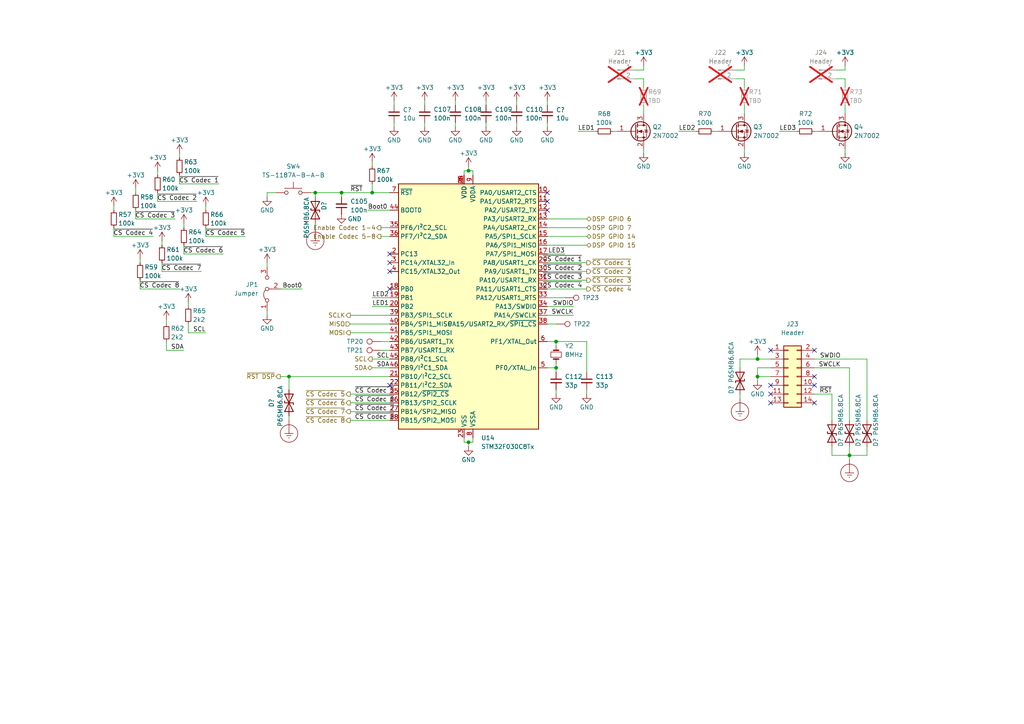
<source format=kicad_sch>
(kicad_sch (version 20230121) (generator eeschema)
  (paper "A4")
  (junction (at 135.89 49.53))
  (junction (at 83.82 109.22))
  (junction (at 161.29 106.68))
  (junction (at 219.71 104.14))
  (junction (at 135.89 128.27))
  (junction (at 91.44 55.88))
  (junction (at 246.38 132.08))
  (junction (at 99.06 55.88))
  (junction (at 219.71 109.22))
  (junction (at 161.29 99.06))
  (junction (at 107.95 55.88))
  (no_connect (at 158.75 60.96))
  (no_connect (at 113.03 73.66))
  (no_connect (at 113.03 111.76))
  (no_connect (at 223.52 101.6))
  (no_connect (at 113.03 76.2))
  (no_connect (at 223.52 111.76))
  (no_connect (at 223.52 114.3))
  (no_connect (at 236.22 116.84))
  (no_connect (at 236.22 109.22))
  (no_connect (at 113.03 83.82))
  (no_connect (at 158.75 55.88))
  (no_connect (at 223.52 116.84))
  (no_connect (at 236.22 101.6))
  (no_connect (at 236.22 111.76))
  (no_connect (at 158.75 58.42))
  (no_connect (at 113.03 78.74))
  (wire (pts (xy 81.28 109.22) (xy 83.82 109.22)))
  (wire (pts (xy 113.03 86.36) (xy 107.95 86.36)))
  (wire (pts (xy 101.6 91.44) (xy 113.03 91.44)))
  (wire (pts (xy 170.18 76.2) (xy 158.75 76.2)))
  (wire (pts (xy 161.29 106.68) (xy 158.75 106.68)))
  (wire (pts (xy 54.61 96.52) (xy 54.61 93.98)))
  (wire (pts (xy 161.29 99.06) (xy 161.29 100.33)))
  (wire (pts (xy 46.99 69.85) (xy 46.99 71.12)))
  (wire (pts (xy 170.18 113.03) (xy 170.18 114.3)))
  (wire (pts (xy 158.75 68.58) (xy 170.18 68.58)))
  (wire (pts (xy 161.29 107.95) (xy 161.29 106.68)))
  (wire (pts (xy 101.6 96.52) (xy 113.03 96.52)))
  (wire (pts (xy 177.8 38.1) (xy 179.07 38.1)))
  (wire (pts (xy 170.18 99.06) (xy 161.29 99.06)))
  (wire (pts (xy 161.29 105.41) (xy 161.29 106.68)))
  (wire (pts (xy 140.97 30.48) (xy 140.97 29.21)))
  (wire (pts (xy 137.16 128.27) (xy 135.89 128.27)))
  (wire (pts (xy 134.62 50.8) (xy 134.62 49.53)))
  (wire (pts (xy 158.75 36.83) (xy 158.75 35.56)))
  (wire (pts (xy 52.07 53.34) (xy 52.07 50.8)))
  (wire (pts (xy 64.77 73.66) (xy 53.34 73.66)))
  (wire (pts (xy 71.12 68.58) (xy 59.69 68.58)))
  (wire (pts (xy 170.18 83.82) (xy 158.75 83.82)))
  (wire (pts (xy 107.95 46.99) (xy 107.95 48.26)))
  (wire (pts (xy 223.52 106.68) (xy 219.71 106.68)))
  (wire (pts (xy 170.18 81.28) (xy 158.75 81.28)))
  (wire (pts (xy 113.03 88.9) (xy 107.95 88.9)))
  (wire (pts (xy 170.18 78.74) (xy 158.75 78.74)))
  (wire (pts (xy 158.75 86.36) (xy 163.83 86.36)))
  (wire (pts (xy 158.75 63.5) (xy 170.18 63.5)))
  (wire (pts (xy 246.38 132.08) (xy 251.46 132.08)))
  (wire (pts (xy 48.26 101.6) (xy 48.26 99.06)))
  (wire (pts (xy 158.75 93.98) (xy 161.29 93.98)))
  (wire (pts (xy 186.69 43.18) (xy 186.69 44.45)))
  (wire (pts (xy 107.95 55.88) (xy 113.03 55.88)))
  (wire (pts (xy 215.9 30.48) (xy 215.9 33.02)))
  (wire (pts (xy 99.06 57.15) (xy 99.06 55.88)))
  (wire (pts (xy 140.97 36.83) (xy 140.97 35.56)))
  (wire (pts (xy 113.03 99.06) (xy 110.49 99.06)))
  (wire (pts (xy 158.75 99.06) (xy 161.29 99.06)))
  (wire (pts (xy 101.6 114.3) (xy 113.03 114.3)))
  (wire (pts (xy 215.9 19.05) (xy 215.9 20.32)))
  (wire (pts (xy 214.63 114.3) (xy 214.63 115.57)))
  (wire (pts (xy 214.63 104.14) (xy 214.63 106.68)))
  (wire (pts (xy 101.6 93.98) (xy 113.03 93.98)))
  (wire (pts (xy 241.3 132.08) (xy 246.38 132.08)))
  (wire (pts (xy 77.47 76.2) (xy 77.47 77.47)))
  (wire (pts (xy 137.16 49.53) (xy 137.16 50.8)))
  (wire (pts (xy 114.3 36.83) (xy 114.3 35.56)))
  (wire (pts (xy 236.22 104.14) (xy 251.46 104.14)))
  (wire (pts (xy 135.89 49.53) (xy 137.16 49.53)))
  (wire (pts (xy 219.71 109.22) (xy 219.71 110.49)))
  (wire (pts (xy 213.36 22.86) (xy 215.9 22.86)))
  (wire (pts (xy 245.11 43.18) (xy 245.11 44.45)))
  (wire (pts (xy 158.75 66.04) (xy 170.18 66.04)))
  (wire (pts (xy 110.49 66.04) (xy 113.03 66.04)))
  (wire (pts (xy 184.15 22.86) (xy 186.69 22.86)))
  (wire (pts (xy 246.38 129.54) (xy 246.38 132.08)))
  (wire (pts (xy 77.47 55.88) (xy 77.47 57.15)))
  (wire (pts (xy 170.18 99.06) (xy 170.18 107.95)))
  (wire (pts (xy 107.95 104.14) (xy 113.03 104.14)))
  (wire (pts (xy 186.69 30.48) (xy 186.69 33.02)))
  (wire (pts (xy 33.02 59.69) (xy 33.02 60.96)))
  (wire (pts (xy 245.11 19.05) (xy 245.11 20.32)))
  (wire (pts (xy 59.69 68.58) (xy 59.69 66.04)))
  (wire (pts (xy 219.71 109.22) (xy 223.52 109.22)))
  (wire (pts (xy 219.71 104.14) (xy 219.71 102.87)))
  (wire (pts (xy 184.15 20.32) (xy 186.69 20.32)))
  (wire (pts (xy 53.34 73.66) (xy 53.34 71.12)))
  (wire (pts (xy 52.07 44.45) (xy 52.07 45.72)))
  (wire (pts (xy 241.3 114.3) (xy 241.3 121.92)))
  (wire (pts (xy 132.08 30.48) (xy 132.08 29.21)))
  (wire (pts (xy 149.86 30.48) (xy 149.86 29.21)))
  (wire (pts (xy 59.69 59.69) (xy 59.69 60.96)))
  (wire (pts (xy 44.45 68.58) (xy 33.02 68.58)))
  (wire (pts (xy 101.6 116.84) (xy 113.03 116.84)))
  (wire (pts (xy 80.01 55.88) (xy 77.47 55.88)))
  (wire (pts (xy 83.82 120.65) (xy 83.82 121.92)))
  (wire (pts (xy 87.63 83.82) (xy 81.28 83.82)))
  (wire (pts (xy 251.46 129.54) (xy 251.46 132.08)))
  (wire (pts (xy 132.08 36.83) (xy 132.08 35.56)))
  (wire (pts (xy 215.9 43.18) (xy 215.9 44.45)))
  (wire (pts (xy 242.57 22.86) (xy 245.11 22.86)))
  (wire (pts (xy 33.02 68.58) (xy 33.02 66.04)))
  (wire (pts (xy 236.22 114.3) (xy 241.3 114.3)))
  (wire (pts (xy 158.75 73.66) (xy 163.83 73.66)))
  (wire (pts (xy 149.86 36.83) (xy 149.86 35.56)))
  (wire (pts (xy 161.29 113.03) (xy 161.29 114.3)))
  (wire (pts (xy 40.64 83.82) (xy 40.64 81.28)))
  (wire (pts (xy 83.82 109.22) (xy 83.82 113.03)))
  (wire (pts (xy 135.89 128.27) (xy 135.89 129.54)))
  (wire (pts (xy 186.69 22.86) (xy 186.69 25.4)))
  (wire (pts (xy 135.89 48.26) (xy 135.89 49.53)))
  (wire (pts (xy 223.52 104.14) (xy 219.71 104.14)))
  (wire (pts (xy 52.07 83.82) (xy 40.64 83.82)))
  (wire (pts (xy 213.36 20.32) (xy 215.9 20.32)))
  (wire (pts (xy 63.5 53.34) (xy 52.07 53.34)))
  (wire (pts (xy 107.95 53.34) (xy 107.95 55.88)))
  (wire (pts (xy 107.95 106.68) (xy 113.03 106.68)))
  (wire (pts (xy 91.44 66.04) (xy 91.44 64.77)))
  (wire (pts (xy 57.15 58.42) (xy 45.72 58.42)))
  (wire (pts (xy 246.38 106.68) (xy 246.38 121.92)))
  (wire (pts (xy 134.62 49.53) (xy 135.89 49.53)))
  (wire (pts (xy 241.3 129.54) (xy 241.3 132.08)))
  (wire (pts (xy 83.82 109.22) (xy 113.03 109.22)))
  (wire (pts (xy 50.8 63.5) (xy 39.37 63.5)))
  (wire (pts (xy 158.75 91.44) (xy 166.37 91.44)))
  (wire (pts (xy 215.9 22.86) (xy 215.9 25.4)))
  (wire (pts (xy 236.22 106.68) (xy 246.38 106.68)))
  (wire (pts (xy 219.71 106.68) (xy 219.71 109.22)))
  (wire (pts (xy 99.06 55.88) (xy 107.95 55.88)))
  (wire (pts (xy 101.6 121.92) (xy 113.03 121.92)))
  (wire (pts (xy 113.03 101.6) (xy 110.49 101.6)))
  (wire (pts (xy 114.3 30.48) (xy 114.3 29.21)))
  (wire (pts (xy 237.49 38.1) (xy 236.22 38.1)))
  (wire (pts (xy 158.75 30.48) (xy 158.75 29.21)))
  (wire (pts (xy 208.28 38.1) (xy 207.01 38.1)))
  (wire (pts (xy 246.38 132.08) (xy 246.38 133.35)))
  (wire (pts (xy 201.93 38.1) (xy 196.85 38.1)))
  (wire (pts (xy 134.62 128.27) (xy 134.62 127)))
  (wire (pts (xy 53.34 101.6) (xy 48.26 101.6)))
  (wire (pts (xy 101.6 119.38) (xy 113.03 119.38)))
  (wire (pts (xy 40.64 74.93) (xy 40.64 76.2)))
  (wire (pts (xy 245.11 30.48) (xy 245.11 33.02)))
  (wire (pts (xy 39.37 54.61) (xy 39.37 55.88)))
  (wire (pts (xy 46.99 78.74) (xy 46.99 76.2)))
  (wire (pts (xy 91.44 55.88) (xy 99.06 55.88)))
  (wire (pts (xy 186.69 19.05) (xy 186.69 20.32)))
  (wire (pts (xy 123.19 30.48) (xy 123.19 29.21)))
  (wire (pts (xy 110.49 68.58) (xy 113.03 68.58)))
  (wire (pts (xy 45.72 58.42) (xy 45.72 55.88)))
  (wire (pts (xy 158.75 71.12) (xy 170.18 71.12)))
  (wire (pts (xy 158.75 88.9) (xy 166.37 88.9)))
  (wire (pts (xy 90.17 55.88) (xy 91.44 55.88)))
  (wire (pts (xy 58.42 78.74) (xy 46.99 78.74)))
  (wire (pts (xy 214.63 104.14) (xy 219.71 104.14)))
  (wire (pts (xy 77.47 91.44) (xy 77.47 90.17)))
  (wire (pts (xy 39.37 63.5) (xy 39.37 60.96)))
  (wire (pts (xy 45.72 49.53) (xy 45.72 50.8)))
  (wire (pts (xy 231.14 38.1) (xy 226.06 38.1)))
  (wire (pts (xy 242.57 20.32) (xy 245.11 20.32)))
  (wire (pts (xy 59.69 96.52) (xy 54.61 96.52)))
  (wire (pts (xy 106.68 60.96) (xy 113.03 60.96)))
  (wire (pts (xy 53.34 64.77) (xy 53.34 66.04)))
  (wire (pts (xy 54.61 87.63) (xy 54.61 88.9)))
  (wire (pts (xy 245.11 22.86) (xy 245.11 25.4)))
  (wire (pts (xy 123.19 36.83) (xy 123.19 35.56)))
  (wire (pts (xy 167.64 38.1) (xy 172.72 38.1)))
  (wire (pts (xy 135.89 128.27) (xy 134.62 128.27)))
  (wire (pts (xy 48.26 92.71) (xy 48.26 93.98)))
  (wire (pts (xy 251.46 104.14) (xy 251.46 121.92)))
  (wire (pts (xy 137.16 127) (xy 137.16 128.27)))
  (wire (pts (xy 91.44 55.88) (xy 91.44 57.15)))
  (label "~{CS Codec 1}" (at 63.5 53.34 180))
  (label "~{CS Codec 1}" (at 168.91 76.2 180))
  (label "~{CS Codec 6}" (at 64.77 73.66 180))
  (label "SWDIO" (at 166.37 88.9 180))
  (label "LED1" (at 167.64 38.1 0))
  (label "~{CS Codec 5}" (at 102.87 114.3 0))
  (label "SCL" (at 59.69 96.52 180))
  (label "Boot0" (at 87.63 83.82 180))
  (label "~{CS Codec 8}" (at 102.87 121.92 0))
  (label "~{CS Codec 7}" (at 102.87 119.38 0))
  (label "~{CS Codec 3}" (at 50.8 63.5 180))
  (label "LED1" (at 107.95 88.9 0))
  (label "~{CS Codec 5}" (at 71.12 68.58 180))
  (label "~{CS Codec 2}" (at 168.91 78.74 180))
  (label "SDA" (at 53.34 101.6 180))
  (label "~{CS Codec 7}" (at 58.42 78.74 180))
  (label "Boot0" (at 106.68 60.96 0))
  (label "SWCLK" (at 166.37 91.44 180))
  (label "~{CS Codec 3}" (at 168.91 81.28 180))
  (label "LED2" (at 196.85 38.1 0))
  (label "~{CS Codec 6}" (at 102.87 116.84 0))
  (label "LED3" (at 163.83 73.66 180))
  (label "SWCLK" (at 243.84 106.68 180))
  (label "~{CS Codec 8}" (at 52.07 83.82 180))
  (label "SDA" (at 109.22 106.68 0))
  (label "SWDIO" (at 243.84 104.14 180))
  (label "~{CS Codec 4}" (at 168.91 83.82 180))
  (label "~{CS Codec 4}" (at 44.45 68.58 180))
  (label "~{RST}" (at 241.3 114.3 180))
  (label "~{CS Codec 2}" (at 57.15 58.42 180))
  (label "~{RST}" (at 101.6 55.88 0))
  (label "LED2" (at 107.95 86.36 0))
  (label "LED3" (at 226.06 38.1 0))
  (label "SCL" (at 109.22 104.14 0))
  (hierarchical_label "~{RST DSP}" (shape output) (at 81.28 109.22 180))
  (hierarchical_label "~{CS Codec 6}" (shape output) (at 101.6 116.84 180))
  (hierarchical_label "~{CS Codec 3}" (shape output) (at 170.18 81.28 0))
  (hierarchical_label "DSP GPIO 15" (shape bidirectional) (at 170.18 71.12 0))
  (hierarchical_label "~{CS Codec 1}" (shape output) (at 170.18 76.2 0))
  (hierarchical_label "Enable Codec 5-8" (shape output) (at 110.49 68.58 180))
  (hierarchical_label "SDA" (shape bidirectional) (at 107.95 106.68 180))
  (hierarchical_label "DSP GPIO 14" (shape bidirectional) (at 170.18 68.58 0))
  (hierarchical_label "SCLK" (shape output) (at 101.6 91.44 180))
  (hierarchical_label "DSP GPIO 7" (shape bidirectional) (at 170.18 66.04 0))
  (hierarchical_label "~{CS Codec 8}" (shape output) (at 101.6 121.92 180))
  (hierarchical_label "SCL" (shape output) (at 107.95 104.14 180))
  (hierarchical_label "MISO" (shape input) (at 101.6 93.98 180))
  (hierarchical_label "~{CS Codec 7}" (shape output) (at 101.6 119.38 180))
  (hierarchical_label "~{CS Codec 5}" (shape output) (at 101.6 114.3 180))
  (hierarchical_label "~{CS Codec 2}" (shape output) (at 170.18 78.74 0))
  (hierarchical_label "~{CS Codec 4}" (shape output) (at 170.18 83.82 0))
  (hierarchical_label "Enable Codec 1-4" (shape output) (at 110.49 66.04 180))
  (hierarchical_label "DSP GPIO 6" (shape bidirectional) (at 170.18 63.5 0))
  (hierarchical_label "MOSI" (shape output) (at 101.6 96.52 180))
  (symbol (lib_id "Device:R_Small") (at 175.26 38.1 270) (unit 1)
    (property "Reference" "R68" (at 175.26 33.02 90))
    (property "Value" "100k" (at 175.26 35.56 90))
    (property "Footprint" "Resistor_SMD:R_0402_1005Metric" (effects hide))
    (property "Manufacturer" "UNI-ROYAL(Uniroyal Elec)" (effects hide))
    (property "Part Number" "0402WGF1003TCE" (effects hide))
    (property "Tolerance" "1%" (effects hide))
    (property "Assembling" "X" (effects hide))
    (property "Rated Power" "62.5mW" (effects hide))
    (property "LCSC Part #" "C25741" (effects hide))
    (instances (project "SmallDSPMaxi" (path "" (reference "R68") (unit 1))) (project "Microcontroller" (path "" (reference "R?") (unit 1))) (project "Active_Monitor_Router" (path "" (reference "R?") (unit 1))))
  )
  (symbol (lib_id "power:GND") (at 135.89 129.54 0) (unit 1)
    (property "Reference" "#PWR?" (effects hide))
    (property "Value" "GND" (at 135.89 133.35 0))
    (instances (project "SmallDSPMaxi" (path "" (reference "#PWR?") (unit 1)) (path "" (reference "#PWR0348") (unit 1))))
  )
  (symbol (lib_id "power:+3V3") (at 54.61 87.63 0) (unit 1)
    (property "Reference" "#PWR0332" (effects hide))
    (property "Value" "+3V3" (at 54.61 83.82 0))
    (instances (project "SmallDSPMaxi" (path "" (reference "#PWR0332") (unit 1))) (project "Microcontroller" (path "" (reference "#PWR?") (unit 1))) (project "Active_Monitor_Router" (path "" (reference "#PWR?") (unit 1))))
  )
  (symbol (lib_id "Device:C_Small") (at 149.86 33.02 180) (unit 1)
    (property "Reference" "C110" (at 152.4 31.75 0) (effects (justify right)))
    (property "Value" "100n" (at 152.4 34.29 0) (effects (justify right)))
    (property "Footprint" "Capacitor_SMD:C_0402_1005Metric" (effects hide))
    (property "Manufacturer" "Samsung Electro-Mechanics" (effects hide))
    (property "Part Number" "CL05B104KB54PNC" (effects hide))
    (property "Dielectric" "X7R" (effects hide))
    (property "Rated Voltage" "50V" (effects hide))
    (property "Tolerance" "10%" (effects hide))
    (property "Notes" "-25%@10VDC" (effects hide))
    (property "Assembling" "X" (effects hide))
    (property "LCSC Part #" "C307331" (effects hide))
    (instances (project "SmallDSPMaxi" (path "" (reference "C110") (unit 1))) (project "Microcontroller" (path "" (reference "C?") (unit 1))) (project "Active_Monitor_Router" (path "" (reference "C?") (unit 1))))
  )
  (symbol (lib_id "power:GND") (at 132.08 36.83 0) (unit 1)
    (property "Reference" "#PWR0346" (effects hide))
    (property "Value" "GND" (at 132.08 40.64 0))
    (instances (project "SmallDSPMaxi" (path "" (reference "#PWR0346") (unit 1))) (project "Microcontroller" (path "" (reference "#PWR?") (unit 1))) (project "Active_Monitor_Router" (path "" (reference "#PWR?") (unit 1))))
  )
  (symbol (lib_id "Connector:Conn_01x02_Pin") (at 179.07 20.32 0) (unit 1) (dnp yes)
    (property "Reference" "J21" (at 179.705 15.24 0))
    (property "Value" "Header" (at 179.705 17.78 0))
    (property "Footprint" "Connector_PinHeader_1.27mm:PinHeader_1x02_P1.27mm_Vertical" (effects hide))
    (property "LCSC Part #" "-" (effects hide))
    (property "Manufacturer" "-" (effects hide))
    (property "Part Number" "-" (effects hide))
  )
  (symbol (lib_id "power:+3V3") (at 114.3 29.21 0) (unit 1)
    (property "Reference" "#PWR?" (effects hide))
    (property "Value" "+3V3" (at 114.3 25.4 0))
    (instances (project "SmallDSPMaxi" (path "" (reference "#PWR?") (unit 1)) (path "" (reference "#PWR0341") (unit 1))))
  )
  (symbol (lib_id "Device:D_TVS") (at 214.63 110.49 270) (mirror x) (unit 1)
    (property "Reference" "D?" (at 212.09 111.76 0) (effects (justify right)))
    (property "Value" "P6SMB6.8CA" (at 212.09 99.06 0) (effects (justify right)))
    (property "Footprint" "Diode_SMD:D_SMB" (effects hide))
    (property "Assembling" "X" (effects hide))
    (property "Manufacturer" "Brightking" (effects hide))
    (property "Part Number" "P6SMB6.8CA/TR13" (effects hide))
    (property "LCSC Part #" "C78395" (effects hide))
    (instances (project "SmallDSPMaxi" (path "" (reference "D?") (unit 1)) (path "" (reference "D17") (unit 1))))
  )
  (symbol (lib_id "power:Earth_Protective") (at 83.82 121.92 0) (unit 1)
    (property "Reference" "#PWR?" (effects hide))
    (property "Value" "Earth_Protective" (effects hide))
    (instances (project "SmallDSPMaxi" (path "" (reference "#PWR?") (unit 1)) (path "" (reference "#PWR0337") (unit 1))))
  )
  (symbol (lib_id "Device:R_Small") (at 204.47 38.1 270) (unit 1)
    (property "Reference" "R70" (at 204.47 33.02 90))
    (property "Value" "100k" (at 204.47 35.56 90))
    (property "Footprint" "Resistor_SMD:R_0402_1005Metric" (effects hide))
    (property "Manufacturer" "UNI-ROYAL(Uniroyal Elec)" (effects hide))
    (property "Part Number" "0402WGF1003TCE" (effects hide))
    (property "Tolerance" "1%" (effects hide))
    (property "Assembling" "X" (effects hide))
    (property "Rated Power" "62.5mW" (effects hide))
    (property "LCSC Part #" "C25741" (effects hide))
    (instances (project "SmallDSPMaxi" (path "" (reference "R70") (unit 1))) (project "Microcontroller" (path "" (reference "R?") (unit 1))) (project "Active_Monitor_Router" (path "" (reference "R?") (unit 1))))
  )
  (symbol (lib_id "Device:D_TVS") (at 246.38 125.73 90) (unit 1)
    (property "Reference" "D?" (at 248.92 127 0) (effects (justify right)))
    (property "Value" "P6SMB6.8CA" (at 248.92 114.3 0) (effects (justify right)))
    (property "Footprint" "Diode_SMD:D_SMB" (effects hide))
    (property "Assembling" "X" (effects hide))
    (property "Manufacturer" "Brightking" (effects hide))
    (property "Part Number" "P6SMB6.8CA/TR13" (effects hide))
    (property "LCSC Part #" "C78395" (effects hide))
    (instances (project "SmallDSPMaxi" (path "" (reference "D?") (unit 1)) (path "" (reference "D19") (unit 1))))
  )
  (symbol (lib_id "power:+3V3") (at 45.72 49.53 0) (unit 1)
    (property "Reference" "#PWR0327" (effects hide))
    (property "Value" "+3V3" (at 45.72 45.72 0))
    (instances (project "SmallDSPMaxi" (path "" (reference "#PWR0327") (unit 1))) (project "Microcontroller" (path "" (reference "#PWR?") (unit 1))) (project "Active_Monitor_Router" (path "" (reference "#PWR?") (unit 1))))
  )
  (symbol (lib_id "power:GND") (at 186.69 44.45 0) (unit 1)
    (property "Reference" "#PWR0358" (effects hide))
    (property "Value" "GND" (at 186.69 48.26 0))
    (instances (project "SmallDSPMaxi" (path "" (reference "#PWR0358") (unit 1))) (project "Microcontroller" (path "" (reference "#PWR?") (unit 1))) (project "Active_Monitor_Router" (path "" (reference "#PWR?") (unit 1))))
  )
  (symbol (lib_id "power:+3V3") (at 107.95 46.99 0) (unit 1)
    (property "Reference" "#PWR0340" (effects hide))
    (property "Value" "+3V3" (at 107.95 43.18 0))
    (instances (project "SmallDSPMaxi" (path "" (reference "#PWR0340") (unit 1))) (project "Microcontroller" (path "" (reference "#PWR?") (unit 1))) (project "Active_Monitor_Router" (path "" (reference "#PWR?") (unit 1))))
  )
  (symbol (lib_id "power:GND") (at 149.86 36.83 0) (unit 1)
    (property "Reference" "#PWR0352" (effects hide))
    (property "Value" "GND" (at 149.86 40.64 0))
    (instances (project "SmallDSPMaxi" (path "" (reference "#PWR0352") (unit 1))) (project "Microcontroller" (path "" (reference "#PWR?") (unit 1))) (project "Active_Monitor_Router" (path "" (reference "#PWR?") (unit 1))))
  )
  (symbol (lib_id "power:Earth_Protective") (at 91.44 66.04 0) (unit 1)
    (property "Reference" "#PWR?" (effects hide))
    (property "Value" "Earth_Protective" (effects hide))
    (instances (project "SmallDSPMaxi" (path "" (reference "#PWR?") (unit 1)) (path "" (reference "#PWR0338") (unit 1))))
  )
  (symbol (lib_id "power:+3V3") (at 215.9 19.05 0) (unit 1)
    (property "Reference" "#PWR?" (effects hide))
    (property "Value" "+3V3" (at 215.9 15.24 0))
    (instances (project "SmallDSPMaxi" (path "" (reference "#PWR?") (unit 1)) (path "" (reference "#PWR0360") (unit 1))))
  )
  (symbol (lib_id "Device:D_TVS") (at 251.46 125.73 90) (unit 1)
    (property "Reference" "D?" (at 254 127 0) (effects (justify right)))
    (property "Value" "P6SMB6.8CA" (at 254 114.3 0) (effects (justify right)))
    (property "Footprint" "Diode_SMD:D_SMB" (effects hide))
    (property "Assembling" "X" (effects hide))
    (property "Manufacturer" "Brightking" (effects hide))
    (property "Part Number" "P6SMB6.8CA/TR13" (effects hide))
    (property "LCSC Part #" "C78395" (effects hide))
    (instances (project "SmallDSPMaxi" (path "" (reference "D?") (unit 1)) (path "" (reference "D20") (unit 1))))
  )
  (symbol (lib_id "Device:R_Small") (at 107.95 50.8 180) (unit 1)
    (property "Reference" "R67" (at 109.22 49.53 0) (effects (justify right)))
    (property "Value" "100k" (at 109.22 52.07 0) (effects (justify right)))
    (property "Footprint" "Resistor_SMD:R_0402_1005Metric" (effects hide))
    (property "Manufacturer" "UNI-ROYAL(Uniroyal Elec)" (effects hide))
    (property "Part Number" "0402WGF1003TCE" (effects hide))
    (property "Tolerance" "1%" (effects hide))
    (property "Assembling" "X" (effects hide))
    (property "Rated Power" "62.5mW" (effects hide))
    (property "LCSC Part #" "C25741" (effects hide))
    (instances (project "SmallDSPMaxi" (path "" (reference "R67") (unit 1))) (project "Microcontroller" (path "" (reference "R?") (unit 1))) (project "Active_Monitor_Router" (path "" (reference "R?") (unit 1))))
  )
  (symbol (lib_id "Device:R_Small") (at 39.37 58.42 180) (unit 1)
    (property "Reference" "R58" (at 40.64 57.15 0) (effects (justify right)))
    (property "Value" "100k" (at 40.64 59.69 0) (effects (justify right)))
    (property "Footprint" "Resistor_SMD:R_0402_1005Metric" (effects hide))
    (property "Manufacturer" "UNI-ROYAL(Uniroyal Elec)" (effects hide))
    (property "Part Number" "0402WGF1003TCE" (effects hide))
    (property "Tolerance" "1%" (effects hide))
    (property "Assembling" "X" (effects hide))
    (property "Rated Power" "62.5mW" (effects hide))
    (property "LCSC Part #" "C25741" (effects hide))
    (instances (project "SmallDSPMaxi" (path "" (reference "R58") (unit 1))) (project "Microcontroller" (path "" (reference "R?") (unit 1))) (project "Active_Monitor_Router" (path "" (reference "R?") (unit 1))))
  )
  (symbol (lib_id "1_Project_Symbols:STM32F030C8Tx") (at 135.89 91.44 0) (unit 1)
    (property "Reference" "U14" (at 139.533 127 0) (effects (justify left)))
    (property "Value" "STM32F030C8Tx" (at 139.533 129.54 0) (effects (justify left)))
    (property "Footprint" "Package_QFP:LQFP-48_7x7mm_P0.5mm" (effects hide))
    (property "Datasheet" "https://www.st.com/resource/en/datasheet/stm32f030c8.pdf" (effects hide))
    (property "Assembling" "X" (effects hide))
    (property "Manufacturer" "ST Microelectronics" (effects hide))
    (property "Part Number" "STM32F030C8T6" (effects hide))
    (property "LCSC Part #" "C23922" (effects hide))
  )
  (symbol (lib_id "power:+3V3") (at 59.69 59.69 0) (unit 1)
    (property "Reference" "#PWR0333" (effects hide))
    (property "Value" "+3V3" (at 59.69 55.88 0))
    (instances (project "SmallDSPMaxi" (path "" (reference "#PWR0333") (unit 1))) (project "Microcontroller" (path "" (reference "#PWR?") (unit 1))) (project "Active_Monitor_Router" (path "" (reference "#PWR?") (unit 1))))
  )
  (symbol (lib_id "power:+3V3") (at 40.64 74.93 0) (unit 1)
    (property "Reference" "#PWR0326" (effects hide))
    (property "Value" "+3V3" (at 40.64 71.12 0))
    (instances (project "SmallDSPMaxi" (path "" (reference "#PWR0326") (unit 1))) (project "Microcontroller" (path "" (reference "#PWR?") (unit 1))) (project "Active_Monitor_Router" (path "" (reference "#PWR?") (unit 1))))
  )
  (symbol (lib_id "power:+3V3") (at 46.99 69.85 0) (unit 1)
    (property "Reference" "#PWR0328" (effects hide))
    (property "Value" "+3V3" (at 46.99 66.04 0))
    (instances (project "SmallDSPMaxi" (path "" (reference "#PWR0328") (unit 1))) (project "Microcontroller" (path "" (reference "#PWR?") (unit 1))) (project "Active_Monitor_Router" (path "" (reference "#PWR?") (unit 1))))
  )
  (symbol (lib_id "Connector:Conn_01x02_Pin") (at 237.49 20.32 0) (unit 1) (dnp yes)
    (property "Reference" "J24" (at 238.125 15.24 0))
    (property "Value" "Header" (at 238.125 17.78 0))
    (property "Footprint" "Connector_PinHeader_1.27mm:PinHeader_1x02_P1.27mm_Vertical" (effects hide))
    (property "LCSC Part #" "-" (effects hide))
    (property "Manufacturer" "-" (effects hide))
    (property "Part Number" "-" (effects hide))
  )
  (symbol (lib_id "power:GND") (at 140.97 36.83 0) (unit 1)
    (property "Reference" "#PWR0350" (effects hide))
    (property "Value" "GND" (at 140.97 40.64 0))
    (instances (project "SmallDSPMaxi" (path "" (reference "#PWR0350") (unit 1))) (project "Microcontroller" (path "" (reference "#PWR?") (unit 1))) (project "Active_Monitor_Router" (path "" (reference "#PWR?") (unit 1))))
  )
  (symbol (lib_id "Device:R_Small") (at 52.07 48.26 180) (unit 1)
    (property "Reference" "R63" (at 53.34 46.99 0) (effects (justify right)))
    (property "Value" "100k" (at 53.34 49.53 0) (effects (justify right)))
    (property "Footprint" "Resistor_SMD:R_0402_1005Metric" (effects hide))
    (property "Manufacturer" "UNI-ROYAL(Uniroyal Elec)" (effects hide))
    (property "Part Number" "0402WGF1003TCE" (effects hide))
    (property "Tolerance" "1%" (effects hide))
    (property "Assembling" "X" (effects hide))
    (property "Rated Power" "62.5mW" (effects hide))
    (property "LCSC Part #" "C25741" (effects hide))
    (instances (project "SmallDSPMaxi" (path "" (reference "R63") (unit 1))) (project "Microcontroller" (path "" (reference "R?") (unit 1))) (project "Active_Monitor_Router" (path "" (reference "R?") (unit 1))))
  )
  (symbol (lib_id "Connector:Conn_01x02_Pin") (at 208.28 20.32 0) (unit 1) (dnp yes)
    (property "Reference" "J22" (at 208.915 15.24 0))
    (property "Value" "Header" (at 208.915 17.78 0))
    (property "Footprint" "Connector_PinHeader_1.27mm:PinHeader_1x02_P1.27mm_Vertical" (effects hide))
    (property "LCSC Part #" "-" (effects hide))
    (property "Manufacturer" "-" (effects hide))
    (property "Part Number" "-" (effects hide))
  )
  (symbol (lib_id "Device:R_Small") (at 54.61 91.44 0) (unit 1)
    (property "Reference" "R65" (at 55.88 90.17 0) (effects (justify left)))
    (property "Value" "2k2" (at 55.88 92.71 0) (effects (justify left)))
    (property "Footprint" "Resistor_SMD:R_0402_1005Metric" (effects hide))
    (property "Manufacturer" "UNI-ROYAL(Uniroyal Elec)" (effects hide))
    (property "Part Number" "0402WGF2201TCE" (effects hide))
    (property "Tolerance" "1%" (effects hide))
    (property "Assembling" "X" (effects hide))
    (property "Rated Power" "62.5mW" (effects hide))
    (property "LCSC Part #" "C25879" (effects hide))
    (instances (project "SmallDSPMaxi" (path "" (reference "R65") (unit 1))) (project "Microcontroller" (path "" (reference "R?") (unit 1))) (project "Active_Monitor_Router" (path "" (reference "R?") (unit 1))))
  )
  (symbol (lib_id "power:GND") (at 158.75 36.83 0) (unit 1)
    (property "Reference" "#PWR0354" (effects hide))
    (property "Value" "GND" (at 158.75 40.64 0))
    (instances (project "SmallDSPMaxi" (path "" (reference "#PWR0354") (unit 1))) (project "Microcontroller" (path "" (reference "#PWR?") (unit 1))) (project "Active_Monitor_Router" (path "" (reference "#PWR?") (unit 1))))
  )
  (symbol (lib_id "Device:D_TVS") (at 241.3 125.73 90) (unit 1)
    (property "Reference" "D?" (at 243.84 127 0) (effects (justify right)))
    (property "Value" "P6SMB6.8CA" (at 243.84 114.3 0) (effects (justify right)))
    (property "Footprint" "Diode_SMD:D_SMB" (effects hide))
    (property "Assembling" "X" (effects hide))
    (property "Manufacturer" "Brightking" (effects hide))
    (property "Part Number" "P6SMB6.8CA/TR13" (effects hide))
    (property "LCSC Part #" "C78395" (effects hide))
    (instances (project "SmallDSPMaxi" (path "" (reference "D?") (unit 1)) (path "" (reference "D18") (unit 1))))
  )
  (symbol (lib_id "Device:R_Small") (at 53.34 68.58 180) (unit 1)
    (property "Reference" "R64" (at 54.61 67.31 0) (effects (justify right)))
    (property "Value" "100k" (at 54.61 69.85 0) (effects (justify right)))
    (property "Footprint" "Resistor_SMD:R_0402_1005Metric" (effects hide))
    (property "Manufacturer" "UNI-ROYAL(Uniroyal Elec)" (effects hide))
    (property "Part Number" "0402WGF1003TCE" (effects hide))
    (property "Tolerance" "1%" (effects hide))
    (property "Assembling" "X" (effects hide))
    (property "Rated Power" "62.5mW" (effects hide))
    (property "LCSC Part #" "C25741" (effects hide))
    (instances (project "SmallDSPMaxi" (path "" (reference "R64") (unit 1))) (project "Microcontroller" (path "" (reference "R?") (unit 1))) (project "Active_Monitor_Router" (path "" (reference "R?") (unit 1))))
  )
  (symbol (lib_id "Device:R_Small") (at 245.11 27.94 0) (unit 1) (dnp yes)
    (property "Reference" "R73" (at 246.38 26.67 0) (effects (justify left)))
    (property "Value" "TBD" (at 246.38 29.21 0) (effects (justify left)))
    (property "Footprint" "Resistor_SMD:R_0805_2012Metric_Pad1.20x1.40mm_HandSolder" (effects hide))
    (property "LCSC Part #" "-" (effects hide))
    (property "Manufacturer" "-" (effects hide))
    (property "Part Number" "-" (effects hide))
  )
  (symbol (lib_id "Device:R_Small") (at 59.69 63.5 180) (unit 1)
    (property "Reference" "R66" (at 60.96 62.23 0) (effects (justify right)))
    (property "Value" "100k" (at 60.96 64.77 0) (effects (justify right)))
    (property "Footprint" "Resistor_SMD:R_0402_1005Metric" (effects hide))
    (property "Manufacturer" "UNI-ROYAL(Uniroyal Elec)" (effects hide))
    (property "Part Number" "0402WGF1003TCE" (effects hide))
    (property "Tolerance" "1%" (effects hide))
    (property "Assembling" "X" (effects hide))
    (property "Rated Power" "62.5mW" (effects hide))
    (property "LCSC Part #" "C25741" (effects hide))
    (instances (project "SmallDSPMaxi" (path "" (reference "R66") (unit 1))) (project "Microcontroller" (path "" (reference "R?") (unit 1))) (project "Active_Monitor_Router" (path "" (reference "R?") (unit 1))))
  )
  (symbol (lib_id "power:GND") (at 77.47 57.15 0) (unit 1)
    (property "Reference" "#PWR0334" (effects hide))
    (property "Value" "GND" (at 77.47 60.96 0))
    (instances (project "SmallDSPMaxi" (path "" (reference "#PWR0334") (unit 1))) (project "Microcontroller" (path "" (reference "#PWR?") (unit 1))) (project "Active_Monitor_Router" (path "" (reference "#PWR?") (unit 1))))
  )
  (symbol (lib_id "Device:C_Small") (at 170.18 110.49 0) (unit 1)
    (property "Reference" "C113" (at 172.72 109.22 0) (effects (justify left)))
    (property "Value" "33p" (at 172.72 111.76 0) (effects (justify left)))
    (property "Footprint" "Capacitor_SMD:C_0402_1005Metric" (effects hide))
    (property "Dielectric" "C0G" (effects hide))
    (property "Rated Voltage" "50V" (effects hide))
    (property "Manufacturer" "FH (Guangdong Fenghua Advanced Tech)" (effects hide))
    (property "Part Number" "0402CG330J500NT" (effects hide))
    (property "Tolerance" "5%" (effects hide))
    (property "Assembling" "X" (effects hide))
    (property "LCSC Part #" "C1562" (effects hide))
    (instances (project "SmallDSPMaxi" (path "" (reference "C113") (unit 1))) (project "Microcontroller" (path "" (reference "C?") (unit 1))) (project "Active_Monitor_Router" (path "" (reference "C?") (unit 1))))
  )
  (symbol (lib_id "Device:Q_NMOS_GSD") (at 242.57 38.1 0) (unit 1)
    (property "Reference" "Q4" (at 247.65 36.83 0) (effects (justify left)))
    (property "Value" "2N7002" (at 247.65 39.37 0) (effects (justify left)))
    (property "Footprint" "Package_TO_SOT_SMD:SOT-23" (effects hide))
    (property "Assembling" "X" (effects hide))
    (property "Manufacturer" "Jiangsu Changjing Electronics Technology Co., Ltd." (effects hide))
    (property "Part Number" "2N7002" (effects hide))
    (property "LCSC Part #" "C8545" (effects hide))
  )
  (symbol (lib_id "Connector_Generic:Conn_02x07_Odd_Even") (at 228.6 109.22 0) (unit 1)
    (property "Reference" "J23" (at 229.87 93.98 0))
    (property "Value" "Header" (at 229.87 96.52 0))
    (property "Footprint" "Connector_PinHeader_1.27mm:PinHeader_2x07_P1.27mm_Vertical_SMD" (effects hide))
    (property "Manufacturer" "Amphenol FCI" (effects hide))
    (property "Part Number" "20021121-00014T4LF" (effects hide))
    (property "LCSC Part #" "-" (effects hide))
    (instances (project "SmallDSPMaxi" (path "" (reference "J23") (unit 1))) (project "Microcontroller" (path "" (reference "J?") (unit 1))) (project "Active_Monitor_Router" (path "" (reference "J?") (unit 1))))
  )
  (symbol (lib_id "power:GND") (at 161.29 114.3 0) (mirror y) (unit 1)
    (property "Reference" "#PWR0355" (effects hide))
    (property "Value" "GND" (at 161.29 118.11 0))
    (instances (project "SmallDSPMaxi" (path "" (reference "#PWR0355") (unit 1))) (project "Microcontroller" (path "" (reference "#PWR?") (unit 1))) (project "Active_Monitor_Router" (path "" (reference "#PWR?") (unit 1))))
  )
  (symbol (lib_id "power:+3V3") (at 135.89 48.26 0) (unit 1)
    (property "Reference" "#PWR?" (effects hide))
    (property "Value" "+3V3" (at 135.89 44.45 0))
    (instances (project "SmallDSPMaxi" (path "" (reference "#PWR?") (unit 1)) (path "" (reference "#PWR0347") (unit 1))))
  )
  (symbol (lib_id "Device:D_TVS") (at 91.44 60.96 90) (unit 1)
    (property "Reference" "D?" (at 93.98 58.42 0) (effects (justify right)))
    (property "Value" "P6SMB6.8CA" (at 88.9 57.15 0) (effects (justify right)))
    (property "Footprint" "Diode_SMD:D_SMB" (effects hide))
    (property "Assembling" "X" (effects hide))
    (property "Manufacturer" "Brightking" (effects hide))
    (property "Part Number" "P6SMB6.8CA/TR13" (effects hide))
    (property "LCSC Part #" "C78395" (effects hide))
    (instances (project "SmallDSPMaxi" (path "" (reference "D?") (unit 1)) (path "" (reference "D16") (unit 1))))
  )
  (symbol (lib_id "power:GND") (at 123.19 36.83 0) (unit 1)
    (property "Reference" "#PWR0344" (effects hide))
    (property "Value" "GND" (at 123.19 40.64 0))
    (instances (project "SmallDSPMaxi" (path "" (reference "#PWR0344") (unit 1))) (project "Microcontroller" (path "" (reference "#PWR?") (unit 1))) (project "Active_Monitor_Router" (path "" (reference "#PWR?") (unit 1))))
  )
  (symbol (lib_id "power:+3V3") (at 77.47 76.2 0) (unit 1)
    (property "Reference" "#PWR0335" (effects hide))
    (property "Value" "+3V3" (at 77.47 72.39 0))
    (instances (project "SmallDSPMaxi" (path "" (reference "#PWR0335") (unit 1))) (project "Microcontroller" (path "" (reference "#PWR?") (unit 1))) (project "Active_Monitor_Router" (path "" (reference "#PWR?") (unit 1))))
  )
  (symbol (lib_id "power:GND") (at 219.71 110.49 0) (unit 1)
    (property "Reference" "#PWR0363" (effects hide))
    (property "Value" "GND" (at 219.71 114.3 0))
    (instances (project "SmallDSPMaxi" (path "" (reference "#PWR0363") (unit 1))) (project "Microcontroller" (path "" (reference "#PWR?") (unit 1))) (project "Active_Monitor_Router" (path "" (reference "#PWR?") (unit 1))))
  )
  (symbol (lib_id "Connector:TestPoint") (at 110.49 101.6 90) (unit 1)
    (property "Reference" "TP21" (at 105.41 101.6 90) (effects (justify left)))
    (property "Value" "TestPoint" (effects hide))
    (property "Footprint" "TestPoint:TestPoint_Pad_D1.0mm" (effects hide))
    (property "LCSC Part #" "-" (effects hide))
    (property "Manufacturer" "-" (effects hide))
    (property "Part Number" "-" (effects hide))
  )
  (symbol (lib_id "power:Earth_Protective") (at 214.63 115.57 0) (unit 1)
    (property "Reference" "#PWR?" (effects hide))
    (property "Value" "Earth_Protective" (effects hide))
    (instances (project "SmallDSPMaxi" (path "" (reference "#PWR?") (unit 1)) (path "" (reference "#PWR0359") (unit 1))))
  )
  (symbol (lib_id "power:+3V3") (at 33.02 59.69 0) (unit 1)
    (property "Reference" "#PWR0324" (effects hide))
    (property "Value" "+3V3" (at 33.02 55.88 0))
    (instances (project "SmallDSPMaxi" (path "" (reference "#PWR0324") (unit 1))) (project "Microcontroller" (path "" (reference "#PWR?") (unit 1))) (project "Active_Monitor_Router" (path "" (reference "#PWR?") (unit 1))))
  )
  (symbol (lib_id "power:+3V3") (at 132.08 29.21 0) (unit 1)
    (property "Reference" "#PWR?" (effects hide))
    (property "Value" "+3V3" (at 132.08 25.4 0))
    (instances (project "SmallDSPMaxi" (path "" (reference "#PWR?") (unit 1)) (path "" (reference "#PWR0345") (unit 1))))
  )
  (symbol (lib_id "Jumper:Jumper_3_Bridged12") (at 77.47 83.82 90) (unit 1)
    (property "Reference" "JP1" (at 74.93 82.5499 90) (effects (justify left)))
    (property "Value" "Jumper" (at 74.93 85.0899 90) (effects (justify left)))
    (property "Footprint" "Connector_PinHeader_2.54mm:PinHeader_1x03_P2.54mm_Vertical" (effects hide))
    (property "Manufacturer" "-" (effects hide))
    (property "Part Number" "-" (effects hide))
    (property "LCSC Part #" "-" (effects hide))
    (instances (project "SmallDSPMaxi" (path "" (reference "JP1") (unit 1))) (project "Microcontroller" (path "" (reference "JP?") (unit 1))) (project "Active_Monitor_Router" (path "" (reference "JP?") (unit 1))))
  )
  (symbol (lib_id "Connector:TestPoint") (at 161.29 93.98 270) (unit 1)
    (property "Reference" "TP22" (at 166.37 93.98 90) (effects (justify left)))
    (property "Value" "TestPoint" (effects hide))
    (property "Footprint" "TestPoint:TestPoint_Pad_D1.0mm" (effects hide))
    (property "LCSC Part #" "-" (effects hide))
    (property "Manufacturer" "-" (effects hide))
    (property "Part Number" "-" (effects hide))
  )
  (symbol (lib_id "power:+3V3") (at 48.26 92.71 0) (unit 1)
    (property "Reference" "#PWR0329" (effects hide))
    (property "Value" "+3V3" (at 48.26 88.9 0))
    (instances (project "SmallDSPMaxi" (path "" (reference "#PWR0329") (unit 1))) (project "Microcontroller" (path "" (reference "#PWR?") (unit 1))) (project "Active_Monitor_Router" (path "" (reference "#PWR?") (unit 1))))
  )
  (symbol (lib_id "power:+3V3") (at 52.07 44.45 0) (unit 1)
    (property "Reference" "#PWR0330" (effects hide))
    (property "Value" "+3V3" (at 52.07 40.64 0))
    (instances (project "SmallDSPMaxi" (path "" (reference "#PWR0330") (unit 1))) (project "Microcontroller" (path "" (reference "#PWR?") (unit 1))) (project "Active_Monitor_Router" (path "" (reference "#PWR?") (unit 1))))
  )
  (symbol (lib_id "Device:D_TVS") (at 83.82 116.84 90) (unit 1)
    (property "Reference" "D?" (at 78.74 115.57 0) (effects (justify right)))
    (property "Value" "P6SMB6.8CA" (at 81.28 111.76 0) (effects (justify right)))
    (property "Footprint" "Diode_SMD:D_SMB" (effects hide))
    (property "Assembling" "X" (effects hide))
    (property "Manufacturer" "Brightking" (effects hide))
    (property "Part Number" "P6SMB6.8CA/TR13" (effects hide))
    (property "LCSC Part #" "C78395" (effects hide))
    (instances (project "SmallDSPMaxi" (path "" (reference "D?") (unit 1)) (path "" (reference "D15") (unit 1))))
  )
  (symbol (lib_id "power:+3V3") (at 140.97 29.21 0) (unit 1)
    (property "Reference" "#PWR?" (effects hide))
    (property "Value" "+3V3" (at 140.97 25.4 0))
    (instances (project "SmallDSPMaxi" (path "" (reference "#PWR?") (unit 1)) (path "" (reference "#PWR0349") (unit 1))))
  )
  (symbol (lib_id "power:+3V3") (at 39.37 54.61 0) (unit 1)
    (property "Reference" "#PWR0325" (effects hide))
    (property "Value" "+3V3" (at 39.37 50.8 0))
    (instances (project "SmallDSPMaxi" (path "" (reference "#PWR0325") (unit 1))) (project "Microcontroller" (path "" (reference "#PWR?") (unit 1))) (project "Active_Monitor_Router" (path "" (reference "#PWR?") (unit 1))))
  )
  (symbol (lib_id "power:GND") (at 170.18 114.3 0) (unit 1)
    (property "Reference" "#PWR0356" (effects hide))
    (property "Value" "GND" (at 170.18 118.11 0))
    (instances (project "SmallDSPMaxi" (path "" (reference "#PWR0356") (unit 1))) (project "Microcontroller" (path "" (reference "#PWR?") (unit 1))) (project "Active_Monitor_Router" (path "" (reference "#PWR?") (unit 1))))
  )
  (symbol (lib_id "power:GND") (at 77.47 91.44 0) (unit 1)
    (property "Reference" "#PWR0336" (effects hide))
    (property "Value" "GND" (at 77.47 95.25 0))
    (instances (project "SmallDSPMaxi" (path "" (reference "#PWR0336") (unit 1))) (project "Microcontroller" (path "" (reference "#PWR?") (unit 1))) (project "Active_Monitor_Router" (path "" (reference "#PWR?") (unit 1)) (path "" (reference "#PWR?") (unit 1))))
  )
  (symbol (lib_id "Device:Q_NMOS_GSD") (at 184.15 38.1 0) (unit 1)
    (property "Reference" "Q2" (at 189.23 36.83 0) (effects (justify left)))
    (property "Value" "2N7002" (at 189.23 39.37 0) (effects (justify left)))
    (property "Footprint" "Package_TO_SOT_SMD:SOT-23" (effects hide))
    (property "Assembling" "X" (effects hide))
    (property "Manufacturer" "Jiangsu Changjing Electronics Technology Co., Ltd." (effects hide))
    (property "Part Number" "2N7002" (effects hide))
    (property "LCSC Part #" "C8545" (effects hide))
  )
  (symbol (lib_id "power:+3V3") (at 158.75 29.21 0) (unit 1)
    (property "Reference" "#PWR?" (effects hide))
    (property "Value" "+3V3" (at 158.75 25.4 0))
    (instances (project "SmallDSPMaxi" (path "" (reference "#PWR?") (unit 1)) (path "" (reference "#PWR0353") (unit 1))))
  )
  (symbol (lib_id "power:+3V3") (at 186.69 19.05 0) (unit 1)
    (property "Reference" "#PWR?" (effects hide))
    (property "Value" "+3V3" (at 186.69 15.24 0))
    (instances (project "SmallDSPMaxi" (path "" (reference "#PWR?") (unit 1)) (path "" (reference "#PWR0357") (unit 1))))
  )
  (symbol (lib_id "Device:C_Small") (at 161.29 110.49 0) (unit 1)
    (property "Reference" "C112" (at 163.83 109.22 0) (effects (justify left)))
    (property "Value" "33p" (at 163.83 111.76 0) (effects (justify left)))
    (property "Footprint" "Capacitor_SMD:C_0402_1005Metric" (effects hide))
    (property "Dielectric" "C0G" (effects hide))
    (property "Rated Voltage" "50V" (effects hide))
    (property "Manufacturer" "FH (Guangdong Fenghua Advanced Tech)" (effects hide))
    (property "Part Number" "0402CG330J500NT" (effects hide))
    (property "Tolerance" "5%" (effects hide))
    (property "Assembling" "X" (effects hide))
    (property "LCSC Part #" "C1562" (effects hide))
    (instances (project "SmallDSPMaxi" (path "" (reference "C112") (unit 1))) (project "Microcontroller" (path "" (reference "C?") (unit 1))) (project "Active_Monitor_Router" (path "" (reference "C?") (unit 1))))
  )
  (symbol (lib_id "Device:R_Small") (at 46.99 73.66 180) (unit 1)
    (property "Reference" "R61" (at 48.26 72.39 0) (effects (justify right)))
    (property "Value" "100k" (at 48.26 74.93 0) (effects (justify right)))
    (property "Footprint" "Resistor_SMD:R_0402_1005Metric" (effects hide))
    (property "Manufacturer" "UNI-ROYAL(Uniroyal Elec)" (effects hide))
    (property "Part Number" "0402WGF1003TCE" (effects hide))
    (property "Tolerance" "1%" (effects hide))
    (property "Assembling" "X" (effects hide))
    (property "Rated Power" "62.5mW" (effects hide))
    (property "LCSC Part #" "C25741" (effects hide))
    (instances (project "SmallDSPMaxi" (path "" (reference "R61") (unit 1))) (project "Microcontroller" (path "" (reference "R?") (unit 1))) (project "Active_Monitor_Router" (path "" (reference "R?") (unit 1))))
  )
  (symbol (lib_id "Device:R_Small") (at 215.9 27.94 0) (unit 1) (dnp yes)
    (property "Reference" "R71" (at 217.17 26.67 0) (effects (justify left)))
    (property "Value" "TBD" (at 217.17 29.21 0) (effects (justify left)))
    (property "Footprint" "Resistor_SMD:R_0805_2012Metric_Pad1.20x1.40mm_HandSolder" (effects hide))
    (property "LCSC Part #" "-" (effects hide))
    (property "Manufacturer" "-" (effects hide))
    (property "Part Number" "-" (effects hide))
  )
  (symbol (lib_id "Device:C_Small") (at 99.06 59.69 180) (unit 1)
    (property "Reference" "C105" (at 101.6 58.42 0) (effects (justify right)))
    (property "Value" "100n" (at 101.6 60.96 0) (effects (justify right)))
    (property "Footprint" "Capacitor_SMD:C_0402_1005Metric" (effects hide))
    (property "Manufacturer" "Samsung Electro-Mechanics" (effects hide))
    (property "Part Number" "CL05B104KB54PNC" (effects hide))
    (property "Dielectric" "X7R" (effects hide))
    (property "Rated Voltage" "50V" (effects hide))
    (property "Tolerance" "10%" (effects hide))
    (property "Notes" "-25%@10VDC" (effects hide))
    (property "Assembling" "X" (effects hide))
    (property "LCSC Part #" "C307331" (effects hide))
    (instances (project "SmallDSPMaxi" (path "" (reference "C105") (unit 1))) (project "Microcontroller" (path "" (reference "C?") (unit 1))) (project "Active_Monitor_Router" (path "" (reference "C?") (unit 1))))
  )
  (symbol (lib_id "power:GND") (at 114.3 36.83 0) (unit 1)
    (property "Reference" "#PWR0342" (effects hide))
    (property "Value" "GND" (at 114.3 40.64 0))
    (instances (project "SmallDSPMaxi" (path "" (reference "#PWR0342") (unit 1))) (project "Microcontroller" (path "" (reference "#PWR?") (unit 1))) (project "Active_Monitor_Router" (path "" (reference "#PWR?") (unit 1))))
  )
  (symbol (lib_id "Device:R_Small") (at 48.26 96.52 0) (unit 1)
    (property "Reference" "R62" (at 49.53 95.25 0) (effects (justify left)))
    (property "Value" "2k2" (at 49.53 97.79 0) (effects (justify left)))
    (property "Footprint" "Resistor_SMD:R_0402_1005Metric" (effects hide))
    (property "Manufacturer" "UNI-ROYAL(Uniroyal Elec)" (effects hide))
    (property "Part Number" "0402WGF2201TCE" (effects hide))
    (property "Tolerance" "1%" (effects hide))
    (property "Assembling" "X" (effects hide))
    (property "Rated Power" "62.5mW" (effects hide))
    (property "LCSC Part #" "C25879" (effects hide))
    (instances (project "SmallDSPMaxi" (path "" (reference "R62") (unit 1))) (project "Microcontroller" (path "" (reference "R?") (unit 1))) (project "Active_Monitor_Router" (path "" (reference "R?") (unit 1))))
  )
  (symbol (lib_id "Device:R_Small") (at 40.64 78.74 180) (unit 1)
    (property "Reference" "R59" (at 41.91 77.47 0) (effects (justify right)))
    (property "Value" "100k" (at 41.91 80.01 0) (effects (justify right)))
    (property "Footprint" "Resistor_SMD:R_0402_1005Metric" (effects hide))
    (property "Manufacturer" "UNI-ROYAL(Uniroyal Elec)" (effects hide))
    (property "Part Number" "0402WGF1003TCE" (effects hide))
    (property "Tolerance" "1%" (effects hide))
    (property "Assembling" "X" (effects hide))
    (property "Rated Power" "62.5mW" (effects hide))
    (property "LCSC Part #" "C25741" (effects hide))
    (instances (project "SmallDSPMaxi" (path "" (reference "R59") (unit 1))) (project "Microcontroller" (path "" (reference "R?") (unit 1))) (project "Active_Monitor_Router" (path "" (reference "R?") (unit 1))))
  )
  (symbol (lib_id "Device:C_Small") (at 132.08 33.02 180) (unit 1)
    (property "Reference" "C108" (at 134.62 31.75 0) (effects (justify right)))
    (property "Value" "100n" (at 134.62 34.29 0) (effects (justify right)))
    (property "Footprint" "Capacitor_SMD:C_0402_1005Metric" (effects hide))
    (property "Manufacturer" "Samsung Electro-Mechanics" (effects hide))
    (property "Part Number" "CL05B104KB54PNC" (effects hide))
    (property "Dielectric" "X7R" (effects hide))
    (property "Rated Voltage" "50V" (effects hide))
    (property "Tolerance" "10%" (effects hide))
    (property "Notes" "-25%@10VDC" (effects hide))
    (property "Assembling" "X" (effects hide))
    (property "LCSC Part #" "C307331" (effects hide))
    (instances (project "SmallDSPMaxi" (path "" (reference "C108") (unit 1))) (project "Microcontroller" (path "" (reference "C?") (unit 1))) (project "Active_Monitor_Router" (path "" (reference "C?") (unit 1))))
  )
  (symbol (lib_id "power:+3V3") (at 53.34 64.77 0) (unit 1)
    (property "Reference" "#PWR0331" (effects hide))
    (property "Value" "+3V3" (at 53.34 60.96 0))
    (instances (project "SmallDSPMaxi" (path "" (reference "#PWR0331") (unit 1))) (project "Microcontroller" (path "" (reference "#PWR?") (unit 1))) (project "Active_Monitor_Router" (path "" (reference "#PWR?") (unit 1))))
  )
  (symbol (lib_id "power:+3V3") (at 123.19 29.21 0) (unit 1)
    (property "Reference" "#PWR?" (effects hide))
    (property "Value" "+3V3" (at 123.19 25.4 0))
    (instances (project "SmallDSPMaxi" (path "" (reference "#PWR?") (unit 1)) (path "" (reference "#PWR0343") (unit 1))))
  )
  (symbol (lib_id "power:+3V3") (at 245.11 19.05 0) (unit 1)
    (property "Reference" "#PWR?" (effects hide))
    (property "Value" "+3V3" (at 245.11 15.24 0))
    (instances (project "SmallDSPMaxi" (path "" (reference "#PWR?") (unit 1)) (path "" (reference "#PWR0364") (unit 1))))
  )
  (symbol (lib_id "power:+3V3") (at 149.86 29.21 0) (unit 1)
    (property "Reference" "#PWR?" (effects hide))
    (property "Value" "+3V3" (at 149.86 25.4 0))
    (instances (project "SmallDSPMaxi" (path "" (reference "#PWR?") (unit 1)) (path "" (reference "#PWR0351") (unit 1))))
  )
  (symbol (lib_id "power:GND") (at 245.11 44.45 0) (unit 1)
    (property "Reference" "#PWR0365" (effects hide))
    (property "Value" "GND" (at 245.11 48.26 0))
    (instances (project "SmallDSPMaxi" (path "" (reference "#PWR0365") (unit 1))) (project "Microcontroller" (path "" (reference "#PWR?") (unit 1))) (project "Active_Monitor_Router" (path "" (reference "#PWR?") (unit 1))))
  )
  (symbol (lib_id "Device:R_Small") (at 45.72 53.34 180) (unit 1)
    (property "Reference" "R60" (at 46.99 52.07 0) (effects (justify right)))
    (property "Value" "100k" (at 46.99 54.61 0) (effects (justify right)))
    (property "Footprint" "Resistor_SMD:R_0402_1005Metric" (effects hide))
    (property "Manufacturer" "UNI-ROYAL(Uniroyal Elec)" (effects hide))
    (property "Part Number" "0402WGF1003TCE" (effects hide))
    (property "Tolerance" "1%" (effects hide))
    (property "Assembling" "X" (effects hide))
    (property "Rated Power" "62.5mW" (effects hide))
    (property "LCSC Part #" "C25741" (effects hide))
    (instances (project "SmallDSPMaxi" (path "" (reference "R60") (unit 1))) (project "Microcontroller" (path "" (reference "R?") (unit 1))) (project "Active_Monitor_Router" (path "" (reference "R?") (unit 1))))
  )
  (symbol (lib_id "Device:C_Small") (at 158.75 33.02 0) (unit 1)
    (property "Reference" "C?" (at 161.29 31.8658 0) (effects (justify left)))
    (property "Value" "10u" (at 161.29 34.29 0) (effects (justify left)))
    (property "Footprint" "Capacitor_SMD:C_0603_1608Metric" (effects hide))
    (property "Dielectric" "X5R" (effects hide))
    (property "Notes" "-50%@5VDC" (effects hide))
    (property "Rated Voltage" "25V" (effects hide))
    (property "Assembling" "X" (effects hide))
    (property "Manufacturer" "Samsung Electro-Mechanics" (effects hide))
    (property "Part Number" "CL10A106MA8NRNC" (effects hide))
    (property "Tolerance" "10%" (effects hide))
    (property "LCSC Part #" "C96446" (effects hide))
    (instances (project "SmallDSPMaxi" (path "" (reference "C?") (unit 1)) (path "" (reference "C?") (unit 1)) (path "" (reference "C?") (unit 1)) (path "" (reference "C?") (unit 1)) (path "" (reference "C111") (unit 1))))
  )
  (symbol (lib_id "Device:C_Small") (at 114.3 33.02 0) (unit 1)
    (property "Reference" "C?" (at 116.84 31.8658 0) (effects (justify left)))
    (property "Value" "10u" (at 116.84 34.29 0) (effects (justify left)))
    (property "Footprint" "Capacitor_SMD:C_0603_1608Metric" (effects hide))
    (property "Dielectric" "X5R" (effects hide))
    (property "Notes" "-50%@5VDC" (effects hide))
    (property "Rated Voltage" "25V" (effects hide))
    (property "Assembling" "X" (effects hide))
    (property "Manufacturer" "Samsung Electro-Mechanics" (effects hide))
    (property "Part Number" "CL10A106MA8NRNC" (effects hide))
    (property "Tolerance" "10%" (effects hide))
    (property "LCSC Part #" "C96446" (effects hide))
    (instances (project "SmallDSPMaxi" (path "" (reference "C?") (unit 1)) (path "" (reference "C?") (unit 1)) (path "" (reference "C?") (unit 1)) (path "" (reference "C?") (unit 1)) (path "" (reference "C106") (unit 1))))
  )
  (symbol (lib_id "power:GND") (at 99.06 62.23 0) (unit 1)
    (property "Reference" "#PWR0339" (effects hide))
    (property "Value" "GND" (at 102.87 63.5 0))
    (instances (project "SmallDSPMaxi" (path "" (reference "#PWR0339") (unit 1))) (project "Microcontroller" (path "" (reference "#PWR?") (unit 1))) (project "Active_Monitor_Router" (path "" (reference "#PWR?") (unit 1))))
  )
  (symbol (lib_id "Device:R_Small") (at 233.68 38.1 270) (unit 1)
    (property "Reference" "R72" (at 233.68 33.02 90))
    (property "Value" "100k" (at 233.68 35.56 90))
    (property "Footprint" "Resistor_SMD:R_0402_1005Metric" (effects hide))
    (property "Manufacturer" "UNI-ROYAL(Uniroyal Elec)" (effects hide))
    (property "Part Number" "0402WGF1003TCE" (effects hide))
    (property "Tolerance" "1%" (effects hide))
    (property "Assembling" "X" (effects hide))
    (property "Rated Power" "62.5mW" (effects hide))
    (property "LCSC Part #" "C25741" (effects hide))
    (instances (project "SmallDSPMaxi" (path "" (reference "R72") (unit 1))) (project "Microcontroller" (path "" (reference "R?") (unit 1))) (project "Active_Monitor_Router" (path "" (reference "R?") (unit 1))))
  )
  (symbol (lib_id "Device:R_Small") (at 33.02 63.5 180) (unit 1)
    (property "Reference" "R57" (at 34.29 62.23 0) (effects (justify right)))
    (property "Value" "100k" (at 34.29 64.77 0) (effects (justify right)))
    (property "Footprint" "Resistor_SMD:R_0402_1005Metric" (effects hide))
    (property "Manufacturer" "UNI-ROYAL(Uniroyal Elec)" (effects hide))
    (property "Part Number" "0402WGF1003TCE" (effects hide))
    (property "Tolerance" "1%" (effects hide))
    (property "Assembling" "X" (effects hide))
    (property "Rated Power" "62.5mW" (effects hide))
    (property "LCSC Part #" "C25741" (effects hide))
    (instances (project "SmallDSPMaxi" (path "" (reference "R57") (unit 1))) (project "Microcontroller" (path "" (reference "R?") (unit 1))) (project "Active_Monitor_Router" (path "" (reference "R?") (unit 1))))
  )
  (symbol (lib_id "Device:Q_NMOS_GSD") (at 213.36 38.1 0) (unit 1)
    (property "Reference" "Q3" (at 218.44 36.83 0) (effects (justify left)))
    (property "Value" "2N7002" (at 218.44 39.37 0) (effects (justify left)))
    (property "Footprint" "Package_TO_SOT_SMD:SOT-23" (effects hide))
    (property "Assembling" "X" (effects hide))
    (property "Manufacturer" "Jiangsu Changjing Electronics Technology Co., Ltd." (effects hide))
    (property "Part Number" "2N7002" (effects hide))
    (property "LCSC Part #" "C8545" (effects hide))
  )
  (symbol (lib_id "Connector:TestPoint") (at 163.83 86.36 270) (unit 1)
    (property "Reference" "TP23" (at 168.91 86.36 90) (effects (justify left)))
    (property "Value" "TestPoint" (effects hide))
    (property "Footprint" "TestPoint:TestPoint_Pad_D1.0mm" (effects hide))
    (property "LCSC Part #" "-" (effects hide))
    (property "Manufacturer" "-" (effects hide))
    (property "Part Number" "-" (effects hide))
  )
  (symbol (lib_id "power:GND") (at 215.9 44.45 0) (unit 1)
    (property "Reference" "#PWR0361" (effects hide))
    (property "Value" "GND" (at 215.9 48.26 0))
    (instances (project "SmallDSPMaxi" (path "" (reference "#PWR0361") (unit 1))) (project "Microcontroller" (path "" (reference "#PWR?") (unit 1))) (project "Active_Monitor_Router" (path "" (reference "#PWR?") (unit 1))))
  )
  (symbol (lib_id "Connector:TestPoint") (at 110.49 99.06 90) (unit 1)
    (property "Reference" "TP20" (at 105.41 99.06 90) (effects (justify left)))
    (property "Value" "TestPoint" (effects hide))
    (property "Footprint" "TestPoint:TestPoint_Pad_D1.0mm" (effects hide))
    (property "LCSC Part #" "-" (effects hide))
    (property "Manufacturer" "-" (effects hide))
    (property "Part Number" "-" (effects hide))
  )
  (symbol (lib_id "power:Earth_Protective") (at 246.38 133.35 0) (unit 1)
    (property "Reference" "#PWR?" (effects hide))
    (property "Value" "Earth_Protective" (effects hide))
    (instances (project "SmallDSPMaxi" (path "" (reference "#PWR?") (unit 1)) (path "" (reference "#PWR0366") (unit 1))))
  )
  (symbol (lib_id "Device:C_Small") (at 140.97 33.02 180) (unit 1)
    (property "Reference" "C109" (at 143.51 31.75 0) (effects (justify right)))
    (property "Value" "100n" (at 143.51 34.29 0) (effects (justify right)))
    (property "Footprint" "Capacitor_SMD:C_0402_1005Metric" (effects hide))
    (property "Manufacturer" "Samsung Electro-Mechanics" (effects hide))
    (property "Part Number" "CL05B104KB54PNC" (effects hide))
    (property "Dielectric" "X7R" (effects hide))
    (property "Rated Voltage" "50V" (effects hide))
    (property "Tolerance" "10%" (effects hide))
    (property "Notes" "-25%@10VDC" (effects hide))
    (property "Assembling" "X" (effects hide))
    (property "LCSC Part #" "C307331" (effects hide))
    (instances (project "SmallDSPMaxi" (path "" (reference "C109") (unit 1))) (project "Microcontroller" (path "" (reference "C?") (unit 1))) (project "Active_Monitor_Router" (path "" (reference "C?") (unit 1))))
  )
  (symbol (lib_id "power:+3V3") (at 219.71 102.87 0) (unit 1)
    (property "Reference" "#PWR0362" (effects hide))
    (property "Value" "+3V3" (at 219.71 99.06 0))
    (instances (project "SmallDSPMaxi" (path "" (reference "#PWR0362") (unit 1))) (project "Microcontroller" (path "" (reference "#PWR?") (unit 1))) (project "Active_Monitor_Router" (path "" (reference "#PWR?") (unit 1))))
  )
  (symbol (lib_id "Device:C_Small") (at 123.19 33.02 180) (unit 1)
    (property "Reference" "C107" (at 125.73 31.75 0) (effects (justify right)))
    (property "Value" "100n" (at 125.73 34.29 0) (effects (justify right)))
    (property "Footprint" "Capacitor_SMD:C_0402_1005Metric" (effects hide))
    (property "Manufacturer" "Samsung Electro-Mechanics" (effects hide))
    (property "Part Number" "CL05B104KB54PNC" (effects hide))
    (property "Dielectric" "X7R" (effects hide))
    (property "Rated Voltage" "50V" (effects hide))
    (property "Tolerance" "10%" (effects hide))
    (property "Notes" "-25%@10VDC" (effects hide))
    (property "Assembling" "X" (effects hide))
    (property "LCSC Part #" "C307331" (effects hide))
    (instances (project "SmallDSPMaxi" (path "" (reference "C107") (unit 1))) (project "Microcontroller" (path "" (reference "C?") (unit 1))) (project "Active_Monitor_Router" (path "" (reference "C?") (unit 1))))
  )
  (symbol (lib_id "Switch:SW_Push") (at 85.09 55.88 0) (unit 1)
    (property "Reference" "SW4" (at 85.09 48.26 0))
    (property "Value" "TS-1187A-B-A-B" (at 85.09 50.8 0))
    (property "Footprint" "1_Project_Footprints:TS-1187A-B-A-B" (effects hide))
    (property "Manufacturer" "XKB Connectivity" (effects hide))
    (property "Part Number" "TS-1187A-B-A-B" (effects hide))
    (property "Assembling" "X" (effects hide))
    (property "LCSC Part #" "C318884" (effects hide))
    (instances (project "SmallDSPMaxi" (path "" (reference "SW4") (unit 1))) (project "Microcontroller" (path "" (reference "SW?") (unit 1))) (project "Active_Monitor_Router" (path "" (reference "SW?") (unit 1))))
  )
  (symbol (lib_id "Device:Crystal_Small") (at 161.29 102.87 90) (unit 1)
    (property "Reference" "Y2" (at 163.83 100.33 90) (effects (justify right)))
    (property "Value" "8MHz" (at 163.83 102.87 90) (effects (justify right)))
    (property "Footprint" "Crystal:Crystal_SMD_5032-2Pin_5.0x3.2mm" (effects hide))
    (property "Manufacturer" "YXC" (effects hide))
    (property "Part Number" "X50328MSB2GI" (effects hide))
    (property "Assembling" "X" (effects hide))
    (property "LCSC Part #" "C115962" (effects hide))
    (instances (project "SmallDSPMaxi" (path "" (reference "Y2") (unit 1))) (project "Microcontroller" (path "" (reference "Y?") (unit 1))) (project "Active_Monitor_Router" (path "" (reference "Y?") (unit 1))))
  )
  (symbol (lib_id "Device:R_Small") (at 186.69 27.94 0) (unit 1) (dnp yes)
    (property "Reference" "R69" (at 187.96 26.67 0) (effects (justify left)))
    (property "Value" "TBD" (at 187.96 29.21 0) (effects (justify left)))
    (property "Footprint" "Resistor_SMD:R_0805_2012Metric_Pad1.20x1.40mm_HandSolder" (effects hide))
    (property "LCSC Part #" "-" (effects hide))
    (property "Manufacturer" "-" (effects hide))
    (property "Part Number" "-" (effects hide))
  )
)
</source>
